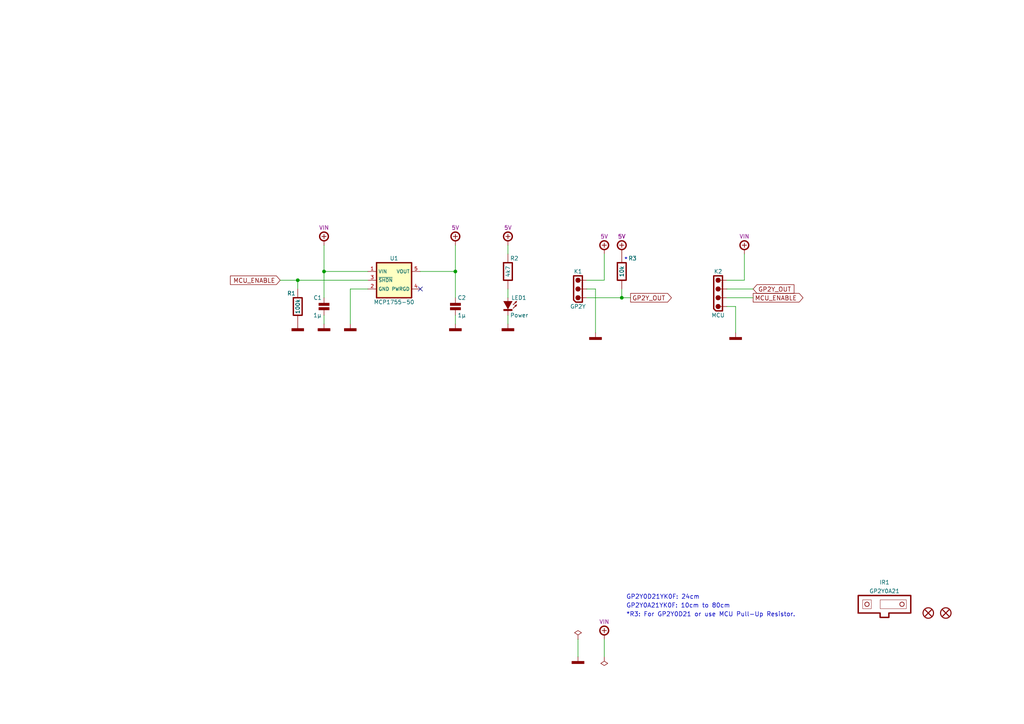
<source format=kicad_sch>
(kicad_sch (version 20230121) (generator eeschema)
  (paper "A4")
  (title_block (title "TBOT - SHARP-GP2Y0x21") (date "01/2022") (rev "A"))
  (lib_symbols
    (symbol "tronixio:CAPACITOR-1206-1U-16V-10P-X7R" (pin_numbers hide) (pin_names (offset 0) hide)
      (property "Reference" "C" (at 0.635 2.54 0))
      (property "Value" "1µ" (at 0.635 -2.54 0))
      (symbol "CAPACITOR-1206-1U-16V-10P-X7R_0_1"
        (rectangle (start -1.524 -0.254) (end 1.524 -1.016) (stroke (width 0.001)) (fill (type outline)))
        (rectangle (start -1.524 1.016) (end 1.524 0.254) (stroke (width 0.001)) (fill (type outline)))
      )
      (symbol "CAPACITOR-1206-1U-16V-10P-X7R_1_1"
        (pin passive line (at 0 2.54 270) (length 1.905) (name "~") (number "1"))
        (pin passive line (at 0 -2.54 90) (length 1.905) (name "~") (number "2"))
      )
    )
    (symbol "tronixio:KINGBRIGHT-LED-1206-PURPLE" (pin_numbers hide) (pin_names (offset 0) hide)
      (property "Reference" "LED" (at 0 3.81 0))
      (property "Value" "PURPLE" (at 0 -2.54 0))
      (symbol "KINGBRIGHT-LED-1206-PURPLE_0_1"
        (rectangle (start -1.27 1.27) (end -0.762 -1.27) (stroke (width 0.001)) (fill (type outline)))
        (polyline (pts (xy 1.524 -1.27) (xy 1.524 1.27) (xy -0.762 0) (xy 1.524 -1.27)) (stroke (width 0.001)) (fill (type outline)))
        (polyline (pts (xy -0.508 1.524) (xy 0.508 2.54) (xy 0.254 2.032) (xy 0 2.286) (xy 0.508 2.54)) (stroke (width 0.2)))
        (polyline (pts (xy 0.508 1.524) (xy 1.524 2.54) (xy 1.27 2.032) (xy 1.016 2.286) (xy 1.524 2.54)) (stroke (width 0.2)))
      )
      (symbol "KINGBRIGHT-LED-1206-PURPLE_1_1"
        (pin passive line (at -2.54 0 0) (length 1.27) (name "C") (number "1"))
        (pin passive line (at 2.54 0 180) (length 1.27) (name "A") (number "2"))
      )
    )
    (symbol "tronixio:MICROCHIP-MCP1755-50-SOT23" (pin_names (offset 0.5))
      (property "Reference" "U" (at 2.54 3.81 0))
      (property "Value" "MCP1755-50" (at 7.62 -8.89 0))
      (symbol "MICROCHIP-MCP1755-50-SOT23_0_1"
        (rectangle (start 2.54 2.54) (end 12.7 -7.62) (stroke (width 0.4)) (fill (type background)))
      )
      (symbol "MICROCHIP-MCP1755-50-SOT23_1_1"
        (pin power_in line (at 0 0 0) (length 2.54) (name "VIN") (number "1"))
        (pin power_in line (at 0 -5.08 0) (length 2.54) (name "GND") (number "2"))
        (pin input line (at 0 -2.54 0) (length 2.54) (name "~{SHDN}") (number "3"))
        (pin open_collector line (at 15.24 -5.08 180) (length 2.54) (name "PWRGD") (number "4"))
        (pin power_out line (at 15.24 0 180) (length 2.54) (name "VOUT") (number "5"))
      )
    )
    (symbol "tronixio:MOLEX-MICRO-LATCH-03-RIGHT-ANGLE" (pin_numbers hide) (pin_names (offset 0) hide)
      (property "Reference" "K" (at 0 2.54 0))
      (property "Value" "MOLEX-MICRO-LATCH-03-RIGHT-ANGLE" (at 0 -7.62 0))
      (symbol "MOLEX-MICRO-LATCH-03-RIGHT-ANGLE_0_1"
        (circle (center 0 -5.08) (radius 0.635) (stroke (width 0.2)) (fill (type outline)))
        (circle (center 0 -2.54) (radius 0.635) (stroke (width 0.2)) (fill (type outline)))
        (polyline (pts (xy -1.27 -6.35) (xy 1.27 -6.35) (xy 1.27 0.635) (xy 0.635 1.27) (xy -1.27 1.27) (xy -1.27 -6.35)) (stroke (width 0.4)))
        (circle (center 0 0) (radius 0.635) (stroke (width 0.2)) (fill (type outline)))
      )
      (symbol "MOLEX-MICRO-LATCH-03-RIGHT-ANGLE_1_1"
        (pin passive line (at -2.54 0 0) (length 1.905) (name "1") (number "1"))
        (pin passive line (at -2.54 -2.54 0) (length 1.905) (name "2") (number "2"))
        (pin passive line (at -2.54 -5.08 0) (length 1.905) (name "3") (number "3"))
      )
    )
    (symbol "tronixio:MOLEX-MICRO-LATCH-04-RIGHT-ANGLE" (pin_numbers hide) (pin_names (offset 0) hide)
      (property "Reference" "K" (at 0 2.54 0))
      (property "Value" "MOLEX-MICRO-LATCH-04-RIGHT-ANGLE" (at 0 -10.16 0))
      (symbol "MOLEX-MICRO-LATCH-04-RIGHT-ANGLE_0_1"
        (circle (center 0 -7.62) (radius 0.635) (stroke (width 0.2)) (fill (type outline)))
        (circle (center 0 -5.08) (radius 0.635) (stroke (width 0.2)) (fill (type outline)))
        (circle (center 0 -2.54) (radius 0.635) (stroke (width 0.2)) (fill (type outline)))
        (polyline (pts (xy -1.27 -8.89) (xy 1.27 -8.89) (xy 1.27 0.635) (xy 0.635 1.27) (xy -1.27 1.27) (xy -1.27 -8.89)) (stroke (width 0.4)))
        (circle (center 0 0) (radius 0.635) (stroke (width 0.2)) (fill (type outline)))
      )
      (symbol "MOLEX-MICRO-LATCH-04-RIGHT-ANGLE_1_1"
        (pin passive line (at -2.54 0 0) (length 1.905) (name "1") (number "1"))
        (pin passive line (at -2.54 -2.54 0) (length 1.905) (name "2") (number "2"))
        (pin passive line (at -2.54 -5.08 0) (length 1.905) (name "3") (number "3"))
        (pin passive line (at -2.54 -7.62 0) (length 1.905) (name "4") (number "4"))
      )
    )
    (symbol "tronixio:MOUNTING-HOLE-3MM-MASK" (pin_numbers hide) (pin_names (offset 0) hide)
      (symbol "MOUNTING-HOLE-3MM-MASK_0_1"
        (polyline (pts (xy -1.016 -1.016) (xy 1.016 1.016)) (stroke (width 0.3)))
        (polyline (pts (xy 1.016 -1.016) (xy -1.016 1.016)) (stroke (width 0.3)))
        (circle (center 0 0) (radius 1.524) (stroke (width 0.3)))
      )
    )
    (symbol "tronixio:POWER-+5V" (power) (pin_numbers hide) (pin_names (offset 0) hide)
      (property "Name" "5V" (at 0 5.08 0))
      (symbol "POWER-+5V_0_1"
        (polyline (pts (xy -0.635 2.54) (xy 0.635 2.54)) (stroke (width 0.2)))
        (polyline (pts (xy 0 1.905) (xy 0 3.175)) (stroke (width 0.2)))
        (circle (center 0 2.54) (radius 1.27) (stroke (width 0.4)))
      )
      (symbol "POWER-+5V_1_1"
        (pin power_in line (at 0 0 90) (length 1.27) (name "+5V") (number "1"))
      )
    )
    (symbol "tronixio:POWER-+VIN" (power) (pin_numbers hide) (pin_names (offset 0) hide)
      (property "Name" "VIN" (at 0 5.08 0))
      (symbol "POWER-+VIN_0_1"
        (polyline (pts (xy -0.635 2.54) (xy 0.635 2.54)) (stroke (width 0.2)))
        (polyline (pts (xy 0 1.905) (xy 0 3.175)) (stroke (width 0.2)))
        (circle (center 0 2.54) (radius 1.27) (stroke (width 0.4)))
      )
      (symbol "POWER-+VIN_1_1"
        (pin power_in line (at 0 0 90) (length 1.27) (name "+VIN") (number "1"))
      )
    )
    (symbol "tronixio:POWER-FLAG" (power) (pin_numbers hide) (pin_names (offset 0) hide)
      (symbol "POWER-FLAG_0_0"
        (pin power_out line (at 0 0 90) (length 0) (name "pwr") (number "1"))
      )
      (symbol "POWER-FLAG_0_1"
        (polyline (pts (xy 0 0) (xy 0 1.27) (xy -1.016 1.905) (xy 0 2.54) (xy 1.016 1.905) (xy 0 1.27)))
      )
    )
    (symbol "tronixio:POWER-GND" (power) (pin_numbers hide) (pin_names (offset 0) hide)
      (symbol "POWER-GND_0_1"
        (rectangle (start -1.778 -2.032) (end 1.778 -1.27) (stroke (width 0.001)) (fill (type outline)))
      )
      (symbol "POWER-GND_1_1"
        (pin power_in line (at 0 0 270) (length 1.27) (name "GND") (number "1"))
      )
    )
    (symbol "tronixio:RESISTOR-1206-100K-5P" (pin_numbers hide) (pin_names (offset 0) hide)
      (property "Reference" "R" (at 0.635 3.81 0))
      (property "Value" "100k" (at 0 0 90))
      (symbol "RESISTOR-1206-100K-5P_0_1"
        (rectangle (start -1.27 -2.54) (end 1.27 2.54) (stroke (width 0.4)))
      )
      (symbol "RESISTOR-1206-100K-5P_1_1"
        (pin passive line (at 0 5.08 270) (length 2.54) (name "~") (number "1"))
        (pin passive line (at 0 -5.08 90) (length 2.54) (name "~") (number "2"))
      )
    )
    (symbol "tronixio:RESISTOR-1206-10K-5P" (pin_numbers hide) (pin_names (offset 0) hide)
      (property "Reference" "R" (at 0.635 3.81 0))
      (property "Value" "10k" (at 0 0 90))
      (symbol "RESISTOR-1206-10K-5P_0_1"
        (rectangle (start -1.27 -2.54) (end 1.27 2.54) (stroke (width 0.4)))
      )
      (symbol "RESISTOR-1206-10K-5P_1_1"
        (pin passive line (at 0 5.08 270) (length 2.54) (name "~") (number "1"))
        (pin passive line (at 0 -5.08 90) (length 2.54) (name "~") (number "2"))
      )
    )
    (symbol "tronixio:RESISTOR-1206-4K7-5P" (pin_numbers hide) (pin_names (offset 0) hide)
      (property "Reference" "R" (at 0.635 3.81 0))
      (property "Value" "4k7" (at 0 0 90))
      (symbol "RESISTOR-1206-4K7-5P_0_1"
        (rectangle (start -1.27 -2.54) (end 1.27 2.54) (stroke (width 0.4)))
      )
      (symbol "RESISTOR-1206-4K7-5P_1_1"
        (pin passive line (at 0 5.08 270) (length 2.54) (name "~") (number "1"))
        (pin passive line (at 0 -5.08 90) (length 2.54) (name "~") (number "2"))
      )
    )
    (symbol "tronixio:SHARP-GP2Y0A21" (pin_numbers hide) (pin_names (offset 0) hide)
      (property "Reference" "IR" (at 0 6.35 0))
      (property "Value" "GP2Y0A21" (at 0 3.81 0))
      (symbol "SHARP-GP2Y0A21_0_1"
        (rectangle (start -6.35 1.27) (end -3.81 -1.27) (stroke (width 0.1)))
        (circle (center -5.08 0) (radius 0.635) (stroke (width 0.2)))
        (rectangle (start -1.27 1.27) (end 6.35 -1.27) (stroke (width 0.1)))
        (polyline (pts (xy -7.62 -2.54) (xy -1.27 -2.54) (xy -1.27 -3.81) (xy 1.27 -3.81) (xy 1.27 -2.54) (xy 7.62 -2.54) (xy 7.62 2.54) (xy -7.62 2.54) (xy -7.62 -2.54)) (stroke (width 0.4)))
        (circle (center 5.08 0) (radius 0.635) (stroke (width 0.2)))
      )
    )
  )
  (junction (at 86.36 81.28) (diameter 0.9144))
  (junction (at 132.08 78.74) (diameter 0.9144))
  (junction (at 93.98 78.74) (diameter 0.9144))
  (junction (at 180.34 86.36))
  (no_connect (at 121.92 83.82))
  (wire (pts (xy 213.36 88.9) (xy 210.82 88.9)))
  (wire (pts (xy 101.6 83.82) (xy 101.6 93.98)))
  (wire (pts (xy 93.98 71.12) (xy 93.98 78.74)))
  (wire (pts (xy 93.98 78.74) (xy 93.98 86.36)))
  (wire (pts (xy 121.92 78.74) (xy 132.08 78.74)))
  (wire (pts (xy 132.08 91.44) (xy 132.08 93.98)))
  (wire (pts (xy 180.34 86.36) (xy 182.88 86.36)))
  (wire (pts (xy 86.36 81.28) (xy 106.68 81.28)))
  (wire (pts (xy 81.28 81.28) (xy 86.36 81.28)))
  (wire (pts (xy 101.6 83.82) (xy 106.68 83.82)))
  (wire (pts (xy 93.98 78.74) (xy 106.68 78.74)))
  (wire (pts (xy 213.36 96.52) (xy 213.36 88.9)))
  (wire (pts (xy 180.34 83.82) (xy 180.34 86.36)))
  (wire (pts (xy 175.26 185.42) (xy 175.26 190.5)))
  (wire (pts (xy 147.32 91.44) (xy 147.32 93.98)))
  (wire (pts (xy 147.32 86.36) (xy 147.32 83.82)))
  (wire (pts (xy 132.08 71.12) (xy 132.08 78.74)))
  (wire (pts (xy 132.08 78.74) (xy 132.08 86.36)))
  (wire (pts (xy 175.26 73.66) (xy 175.26 81.28)))
  (wire (pts (xy 170.18 86.36) (xy 180.34 86.36)))
  (wire (pts (xy 210.82 86.36) (xy 218.44 86.36)))
  (wire (pts (xy 93.98 91.44) (xy 93.98 93.98)))
  (wire (pts (xy 215.9 81.28) (xy 215.9 73.66)))
  (wire (pts (xy 147.32 71.12) (xy 147.32 73.66)))
  (wire (pts (xy 210.82 83.82) (xy 218.44 83.82)))
  (wire (pts (xy 86.36 81.28) (xy 86.36 83.82)))
  (wire (pts (xy 170.18 83.82) (xy 172.72 83.82)))
  (wire (pts (xy 170.18 81.28) (xy 175.26 81.28)))
  (wire (pts (xy 172.72 83.82) (xy 172.72 96.52)))
  (wire (pts (xy 210.82 81.28) (xy 215.9 81.28)))
  (wire (pts (xy 167.64 185.42) (xy 167.64 190.5)))
  (text "*" (at 180.975 76.2 0) (effects (font (size 1.27 1.27)) (justify left bottom)))
  (text "GP2Y0D21YK0F: 24cm" (at 181.61 173.99 0) (effects (font (size 1.27 1.27)) (justify left bottom)))
  (text "GP2Y0A21YK0F: 10cm to 80cm" (at 181.61 176.53 0) (effects (font (size 1.27 1.27)) (justify left bottom)))
  (text "*R3: For GP2Y0D21 or use MCU Pull-Up Resistor." (at 181.61 179.07 0) (effects (font (size 1.27 1.27)) (justify left bottom)))
  (global_label "MCU_ENABLE" (shape input) (at 81.28 81.28 180) (property "Intersheetrefs" "${INTERSHEET_REFS}" (effects hide)))
  (global_label "MCU_ENABLE" (shape output) (at 218.44 86.36 0) (property "Intersheetrefs" "${INTERSHEET_REFS}" (effects hide)))
  (global_label "GP2Y_OUT" (shape output) (at 182.88 86.36 0) (property "Intersheetrefs" "${INTERSHEET_REFS}" (effects hide)))
  (global_label "GP2Y_OUT" (shape input) (at 218.44 83.82 0) (property "Intersheetrefs" "${INTERSHEET_REFS}" (effects hide)))
  (symbol (lib_id "tronixio:RESISTOR-1206-100K-5P") (at 86.36 88.9 0) (unit 1)
    (property "Reference" "R1" (at 85.725 85.09 0) (effects (font (size 1.15 1.15)) (justify right)))
    (property "Value" "100k" (at 86.36 88.9 90) (effects (font (size 1.15 1.15))))
    (property "Footprint" "tronixio:RESISTOR-SMD-1206" (effects hide))
    (property "Tolerance" "5%" (effects hide))
    (property "Mouser" "660-RK73B2BTTDD104J" (effects hide))
  )
  (symbol (lib_id "tronixio:POWER-GND") (at 213.36 96.52 0) (unit 1)
    (property "Reference" "#PWR014" (effects hide))
    (property "Value" "POWER-GND" (effects hide))
  )
  (symbol (lib_id "tronixio:CAPACITOR-1206-1U-16V-10P-X7R") (at 132.08 88.9 0) (unit 1)
    (property "Reference" "C2" (at 132.715 86.36 0) (effects (font (size 1.15 1.15)) (justify left)))
    (property "Value" "1µ" (at 132.715 91.44 0) (effects (font (size 1.15 1.15)) (justify left)))
    (property "Footprint" "tronixio:CAPACITOR-SMD-1206" (effects hide))
    (property "Voltage" "16V" (effects hide))
    (property "Tolerance" "10%" (effects hide))
    (property "Mouser" "80-C1206C105K4R" (effects hide))
  )
  (symbol (lib_id "tronixio:POWER-+5V") (at 147.32 71.12 0) (unit 1)
    (property "Reference" "#PWR07" (effects hide))
    (property "Value" "POWER-+5V" (effects hide))
    (property "Name" "5V" (at 147.32 66.04 0) (effects (font (size 1.15 1.15))))
  )
  (symbol (lib_id "tronixio:POWER-+5V") (at 175.26 73.66 0) (unit 1)
    (property "Reference" "#PWR09" (effects hide))
    (property "Value" "POWER-+5V" (effects hide))
    (property "Name" "5V" (at 175.26 68.58 0) (effects (font (size 1.15 1.15))))
  )
  (symbol (lib_id "tronixio:MOLEX-MICRO-LATCH-04-RIGHT-ANGLE") (at 208.28 88.9 180) (unit 1)
    (property "Reference" "K2" (at 208.28 78.74 0) (effects (font (size 1.15 1.15))))
    (property "Value" "MCU" (at 208.28 91.44 0) (effects (font (size 1.15 1.15))))
    (property "Footprint" "tronixio:MOLEX-532540470" (effects hide))
    (property "Datasheet" "https://www.molex.com/pdm_docs/sd/532540470_sd.pdf" (effects hide))
    (property "Mouser" "538-53254-0470" (effects hide))
  )
  (symbol (lib_id "tronixio:POWER-GND") (at 86.36 93.98 0) (unit 1)
    (property "Reference" "#PWR01" (effects hide))
    (property "Value" "POWER-GND" (effects hide))
  )
  (symbol (lib_id "tronixio:POWER-FLAG") (at 167.64 185.42 0) (unit 1)
    (property "Reference" "#FLG01" (effects hide))
    (property "Value" "POWER-FLAG" (effects hide))
  )
  (symbol (lib_id "tronixio:POWER-+VIN") (at 175.26 185.42 0) (unit 1)
    (property "Reference" "#PWR012" (effects hide))
    (property "Value" "POWER-+VIN" (effects hide))
    (property "Name" "VIN" (at 175.26 180.34 0) (effects (font (size 1.15 1.15))))
  )
  (symbol (lib_id "tronixio:POWER-+5V") (at 132.08 71.12 0) (unit 1)
    (property "Reference" "#PWR05" (effects hide))
    (property "Value" "POWER-+5V" (effects hide))
    (property "Name" "5V" (at 132.08 66.04 0) (effects (font (size 1.15 1.15))))
  )
  (symbol (lib_id "tronixio:SHARP-GP2Y0A21") (at 256.54 175.26 0) (unit 1)
    (property "Reference" "IR1" (at 256.54 168.91 0) (effects (font (size 1.15 1.15))))
    (property "Value" "GP2Y0A21" (at 256.54 171.45 0) (effects (font (size 1.15 1.15))))
    (property "Footprint" "tronixio:SHARP-GP2Y0A" (effects hide))
    (property "Datasheet" "http://global.sharp/products/device/lineup/selection/opto/haca/diagram.html" (effects hide))
    (property "Mouser" "852-GP2Y0A21YK0F" (effects hide))
  )
  (symbol (lib_id "tronixio:MOUNTING-HOLE-3MM-MASK") (at 269.24 177.8 0) (unit 1)
    (property "Reference" "H1" (effects hide))
    (property "Value" "MOUNTING-HOLE-3MM-MASK" (effects hide))
    (property "Footprint" "tronixio:MOUNTING-HOLE-3MM-MASK" (effects hide))
  )
  (symbol (lib_id "tronixio:POWER-+VIN") (at 215.9 73.66 0) (unit 1)
    (property "Reference" "#PWR013" (effects hide))
    (property "Value" "POWER-+VIN" (effects hide))
    (property "Name" "VIN" (at 215.9 68.58 0) (effects (font (size 1.15 1.15))))
  )
  (symbol (lib_id "tronixio:POWER-FLAG") (at 175.26 190.5 180) (unit 1)
    (property "Reference" "#FLG02" (effects hide))
    (property "Value" "POWER-FLAG" (effects hide))
  )
  (symbol (lib_id "tronixio:RESISTOR-1206-10K-5P") (at 180.34 78.74 0) (unit 1)
    (property "Reference" "R3" (at 182.245 74.93 0) (effects (font (size 1.15 1.15)) (justify left)))
    (property "Value" "10k" (at 180.34 78.74 90) (effects (font (size 1.15 1.15))))
    (property "Footprint" "tronixio:RESISTOR-SMD-1206" (effects hide))
    (property "Tolerance" "5%" (effects hide))
    (property "Mouser" "660-RK73B2BTTDD103J" (effects hide))
  )
  (symbol (lib_id "tronixio:MOUNTING-HOLE-3MM-MASK") (at 274.32 177.8 0) (unit 1)
    (property "Reference" "H2" (effects hide))
    (property "Value" "MOUNTING-HOLE-3MM-MASK" (effects hide))
    (property "Footprint" "tronixio:MOUNTING-HOLE-3MM-MASK" (effects hide))
  )
  (symbol (lib_id "tronixio:POWER-GND") (at 172.72 96.52 0) (unit 1)
    (property "Reference" "#PWR010" (effects hide))
    (property "Value" "POWER-GND" (effects hide))
  )
  (symbol (lib_id "tronixio:POWER-+VIN") (at 93.98 71.12 0) (unit 1)
    (property "Reference" "#PWR02" (effects hide))
    (property "Value" "POWER-+VIN" (effects hide))
    (property "Name" "VIN" (at 93.98 66.04 0) (effects (font (size 1.15 1.15))))
  )
  (symbol (lib_id "tronixio:CAPACITOR-1206-1U-16V-10P-X7R") (at 93.98 88.9 0) (unit 1)
    (property "Reference" "C1" (at 93.345 86.36 0) (effects (font (size 1.15 1.15)) (justify right)))
    (property "Value" "1µ" (at 93.345 91.44 0) (effects (font (size 1.15 1.15)) (justify right)))
    (property "Footprint" "tronixio:CAPACITOR-SMD-1206" (effects hide))
    (property "Voltage" "16V" (effects hide))
    (property "Tolerance" "10%" (effects hide))
    (property "Mouser" "80-C1206C105K4R" (effects hide))
  )
  (symbol (lib_id "tronixio:POWER-+5V") (at 180.34 73.66 0) (unit 1)
    (property "Reference" "#PWR0101" (effects hide))
    (property "Value" "POWER-+5V" (effects hide))
    (property "Name" "5V" (at 180.34 68.58 0) (effects (font (size 1.15 1.15))))
  )
  (symbol (lib_id "tronixio:MICROCHIP-MCP1755-50-SOT23") (at 106.68 78.74 0) (unit 1)
    (property "Reference" "U1" (at 114.3 74.93 0) (effects (font (size 1.15 1.15))))
    (property "Value" "MCP1755-50" (at 114.3 87.63 0) (effects (font (size 1.15 1.15))))
    (property "Footprint" "tronixio:SOT-23-5" (effects hide))
    (property "Datasheet" "https://www.microchip.com/en-us/product/MCP1755" (effects hide))
    (property "Mouser" "579-MCP1755T-5002EOT" (effects hide))
  )
  (symbol (lib_id "tronixio:POWER-GND") (at 132.08 93.98 0) (unit 1)
    (property "Reference" "#PWR06" (effects hide))
    (property "Value" "POWER-GND" (effects hide))
  )
  (symbol (lib_id "tronixio:POWER-GND") (at 147.32 93.98 0) (unit 1)
    (property "Reference" "#PWR08" (effects hide))
    (property "Value" "POWER-GND" (effects hide))
  )
  (symbol (lib_id "tronixio:KINGBRIGHT-LED-1206-PURPLE") (at 147.32 88.9 270) (mirror x) (unit 1)
    (property "Reference" "LED1" (at 150.495 86.36 90) (effects (font (size 1.15 1.15))))
    (property "Value" "Power" (at 147.955 91.44 90) (effects (font (size 1.15 1.15)) (justify left)))
    (property "Footprint" "tronixio:LED-SMD-1206" (effects hide))
    (property "Datasheet" "https://www.kingbrightusa.com/images/catalog/SPEC/APTR3216-VFX.pdf" (effects hide))
    (property "Mouser" "604-APTR3216-VFX" (effects hide))
  )
  (symbol (lib_id "tronixio:POWER-GND") (at 93.98 93.98 0) (unit 1)
    (property "Reference" "#PWR03" (effects hide))
    (property "Value" "POWER-GND" (effects hide))
  )
  (symbol (lib_id "tronixio:POWER-GND") (at 101.6 93.98 0) (unit 1)
    (property "Reference" "#PWR04" (effects hide))
    (property "Value" "POWER-GND" (effects hide))
  )
  (symbol (lib_id "tronixio:RESISTOR-1206-4K7-5P") (at 147.32 78.74 0) (unit 1)
    (property "Reference" "R2" (at 147.955 74.93 0) (effects (font (size 1.15 1.15)) (justify left)))
    (property "Value" "4k7" (at 147.32 78.74 90) (effects (font (size 1.15 1.15))))
    (property "Footprint" "tronixio:RESISTOR-SMD-1206" (effects hide))
    (property "Tolerance" "5%" (effects hide))
    (property "Mouser" "660-RK73B2BTTDD472J" (effects hide))
  )
  (symbol (lib_id "tronixio:POWER-GND") (at 167.64 190.5 0) (unit 1)
    (property "Reference" "#PWR011" (effects hide))
    (property "Value" "POWER-GND" (effects hide))
  )
  (symbol (lib_id "tronixio:MOLEX-MICRO-LATCH-03-RIGHT-ANGLE") (at 167.64 86.36 180) (unit 1)
    (property "Reference" "K1" (at 167.64 78.74 0) (effects (font (size 1.15 1.15))))
    (property "Value" "GP2Y" (at 167.64 88.9 0) (effects (font (size 1.15 1.15))))
    (property "Footprint" "tronixio:MOLEX-532540370" (effects hide))
    (property "Datasheet" "https://www.molex.com/pdm_docs/sd/532540370_sd.pdf" (effects hide))
    (property "Mouser" "538-53254-0370" (effects hide))
  )
)
</source>
